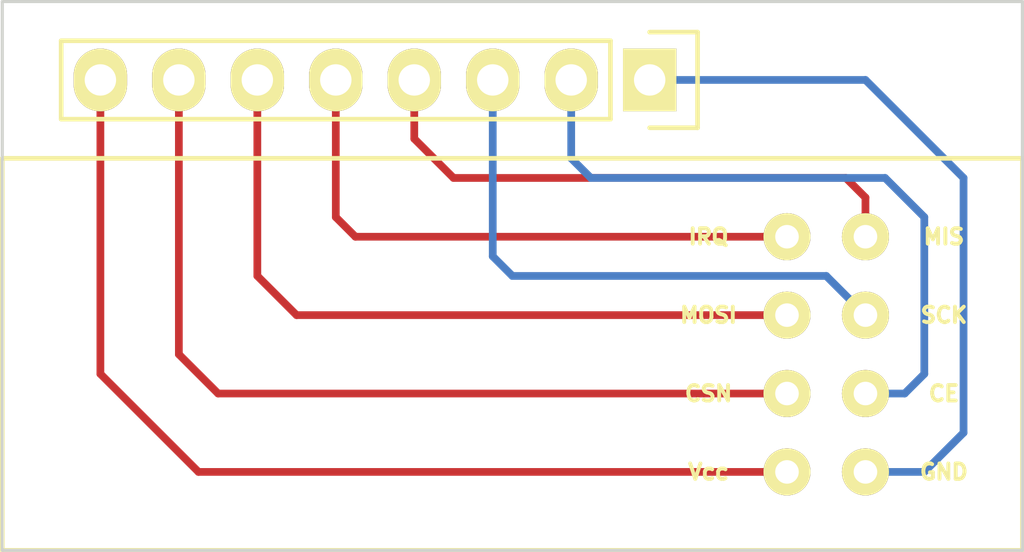
<source format=kicad_pcb>
(kicad_pcb (version 4) (host pcbnew "(2015-06-07 BZR 5721)-product")

  (general
    (links 8)
    (no_connects 0)
    (area 0 0 0 0)
    (thickness 1.6)
    (drawings 4)
    (tracks 33)
    (zones 0)
    (modules 2)
    (nets 9)
  )

  (page A4)
  (title_block
    (title "nRF24 Breakout")
    (date "Tue 17 Nov 2015")
    (rev 1.0)
    (company "Tutorial by Tech Explorations")
    (comment 1 "Part of KiCAD: Like a Pro Series")
  )

  (layers
    (0 F.Cu signal)
    (31 B.Cu signal)
    (32 B.Adhes user)
    (33 F.Adhes user)
    (34 B.Paste user)
    (35 F.Paste user)
    (36 B.SilkS user)
    (37 F.SilkS user)
    (38 B.Mask user)
    (39 F.Mask user)
    (40 Dwgs.User user)
    (41 Cmts.User user)
    (42 Eco1.User user)
    (43 Eco2.User user)
    (44 Edge.Cuts user)
    (45 Margin user)
    (46 B.CrtYd user)
    (47 F.CrtYd user)
    (48 B.Fab user)
    (49 F.Fab user)
  )

  (setup
    (last_trace_width 0.25)
    (trace_clearance 0.2)
    (zone_clearance 0.508)
    (zone_45_only no)
    (trace_min 0.2)
    (segment_width 0.2)
    (edge_width 0.1)
    (via_size 0.6)
    (via_drill 0.4)
    (via_min_size 0.4)
    (via_min_drill 0.3)
    (uvia_size 0.3)
    (uvia_drill 0.1)
    (uvias_allowed no)
    (uvia_min_size 0.2)
    (uvia_min_drill 0.1)
    (pcb_text_width 0.3)
    (pcb_text_size 1.5 1.5)
    (mod_edge_width 0.15)
    (mod_text_size 1 1)
    (mod_text_width 0.15)
    (pad_size 1.5 1.5)
    (pad_drill 0.6)
    (pad_to_mask_clearance 0)
    (aux_axis_origin 0 0)
    (visible_elements FFFFFF7F)
    (pcbplotparams
      (layerselection 0x00030_80000001)
      (usegerberextensions false)
      (excludeedgelayer true)
      (linewidth 0.100000)
      (plotframeref false)
      (viasonmask false)
      (mode 1)
      (useauxorigin false)
      (hpglpennumber 1)
      (hpglpenspeed 20)
      (hpglpendiameter 15)
      (hpglpenoverlay 2)
      (psnegative false)
      (psa4output false)
      (plotreference true)
      (plotvalue true)
      (plotinvisibletext false)
      (padsonsilk false)
      (subtractmaskfromsilk false)
      (outputformat 1)
      (mirror false)
      (drillshape 1)
      (scaleselection 1)
      (outputdirectory ""))
  )

  (net 0 "")
  (net 1 /GND)
  (net 2 /CE)
  (net 3 /SCK)
  (net 4 /MIS)
  (net 5 /IRQ)
  (net 6 /MOSI)
  (net 7 /CSN)
  (net 8 /Vcc)

  (net_class Default "This is the default net class."
    (clearance 0.2)
    (trace_width 0.25)
    (via_dia 0.6)
    (via_drill 0.4)
    (uvia_dia 0.3)
    (uvia_drill 0.1)
    (add_net /CE)
    (add_net /CSN)
    (add_net /GND)
    (add_net /IRQ)
    (add_net /MIS)
    (add_net /MOSI)
    (add_net /SCK)
    (add_net /Vcc)
  )

  (module rf24:nRF24 (layer F.Cu) (tedit 564B7F2F) (tstamp 564B79CF)
    (at 170.18 109.22)
    (descr "Breakout for a generic nRF24 module")
    (path /564B6C62)
    (fp_text reference U1 (at 10.795 -10.795) (layer F.SilkS) hide
      (effects (font (size 1 1) (thickness 0.15)))
    )
    (fp_text value nRF24 (at 9.525 -8.89) (layer F.Fab)
      (effects (font (size 1 1) (thickness 0.15)))
    )
    (fp_text user Vcc (at 2.54 2.54) (layer F.SilkS)
      (effects (font (size 0.5 0.5) (thickness 0.125)))
    )
    (fp_text user CSN (at 2.54 0) (layer F.SilkS)
      (effects (font (size 0.5 0.5) (thickness 0.125)))
    )
    (fp_text user MOSI (at 2.54 -2.54) (layer F.SilkS)
      (effects (font (size 0.5 0.5) (thickness 0.125)))
    )
    (fp_text user IRQ (at 2.54 -5.08) (layer F.SilkS)
      (effects (font (size 0.5 0.5) (thickness 0.125)))
    )
    (fp_text user MIS (at 10.16 -5.08) (layer F.SilkS)
      (effects (font (size 0.5 0.5) (thickness 0.125)))
    )
    (fp_text user SCK (at 10.16 -2.54) (layer F.SilkS)
      (effects (font (size 0.5 0.5) (thickness 0.125)))
    )
    (fp_text user CE (at 10.16 0) (layer F.SilkS)
      (effects (font (size 0.5 0.5) (thickness 0.125)))
    )
    (fp_text user GND (at 10.16 2.54) (layer F.SilkS)
      (effects (font (size 0.5 0.5) (thickness 0.125)))
    )
    (fp_line (start 12.7 -7.62) (end 12.7 5.08) (layer F.SilkS) (width 0.15))
    (fp_line (start 12.7 5.08) (end -20.32 5.08) (layer F.SilkS) (width 0.15))
    (fp_line (start -20.32 5.08) (end -20.32 -7.62) (layer F.SilkS) (width 0.15))
    (fp_line (start -20.32 -7.62) (end 12.7 -7.62) (layer F.SilkS) (width 0.15))
    (pad 0 thru_hole circle (at 7.62 2.54) (size 1.524 1.524) (drill 0.762) (layers *.Cu *.Mask F.SilkS)
      (net 1 /GND))
    (pad 1 thru_hole circle (at 7.62 0) (size 1.524 1.524) (drill 0.762) (layers *.Cu *.Mask F.SilkS)
      (net 2 /CE))
    (pad 2 thru_hole circle (at 7.62 -2.54) (size 1.524 1.524) (drill 0.762) (layers *.Cu *.Mask F.SilkS)
      (net 3 /SCK))
    (pad 3 thru_hole circle (at 7.62 -5.08) (size 1.524 1.524) (drill 0.762) (layers *.Cu *.Mask F.SilkS)
      (net 4 /MIS))
    (pad 4 thru_hole circle (at 5.08 -5.08) (size 1.524 1.524) (drill 0.762) (layers *.Cu *.Mask F.SilkS)
      (net 5 /IRQ))
    (pad 5 thru_hole circle (at 5.08 -2.54) (size 1.524 1.524) (drill 0.762) (layers *.Cu *.Mask F.SilkS)
      (net 6 /MOSI))
    (pad 6 thru_hole circle (at 5.08 0) (size 1.524 1.524) (drill 0.762) (layers *.Cu *.Mask F.SilkS)
      (net 7 /CSN))
    (pad 7 thru_hole circle (at 5.08 2.54) (size 1.524 1.524) (drill 0.762) (layers *.Cu *.Mask F.SilkS)
      (net 8 /Vcc))
  )

  (module Pin_Headers:Pin_Header_Straight_1x08 (layer F.Cu) (tedit 564B7F35) (tstamp 564B79B7)
    (at 170.815 99.06 270)
    (descr "Through hole pin header")
    (tags "pin header")
    (path /564B67EB)
    (fp_text reference "" (at -0.635 -3.175 360) (layer F.SilkS) hide
      (effects (font (size 1 1) (thickness 0.15)))
    )
    (fp_text value CONN_01X08 (at 0 -3.1 270) (layer F.Fab) hide
      (effects (font (size 1 1) (thickness 0.15)))
    )
    (fp_line (start -1.75 -1.75) (end -1.75 19.55) (layer F.CrtYd) (width 0.05))
    (fp_line (start 1.75 -1.75) (end 1.75 19.55) (layer F.CrtYd) (width 0.05))
    (fp_line (start -1.75 -1.75) (end 1.75 -1.75) (layer F.CrtYd) (width 0.05))
    (fp_line (start -1.75 19.55) (end 1.75 19.55) (layer F.CrtYd) (width 0.05))
    (fp_line (start 1.27 1.27) (end 1.27 19.05) (layer F.SilkS) (width 0.15))
    (fp_line (start 1.27 19.05) (end -1.27 19.05) (layer F.SilkS) (width 0.15))
    (fp_line (start -1.27 19.05) (end -1.27 1.27) (layer F.SilkS) (width 0.15))
    (fp_line (start 1.55 -1.55) (end 1.55 0) (layer F.SilkS) (width 0.15))
    (fp_line (start 1.27 1.27) (end -1.27 1.27) (layer F.SilkS) (width 0.15))
    (fp_line (start -1.55 0) (end -1.55 -1.55) (layer F.SilkS) (width 0.15))
    (fp_line (start -1.55 -1.55) (end 1.55 -1.55) (layer F.SilkS) (width 0.15))
    (pad 1 thru_hole rect (at 0 0 270) (size 2.032 1.7272) (drill 1.016) (layers *.Cu *.Mask F.SilkS)
      (net 1 /GND))
    (pad 2 thru_hole oval (at 0 2.54 270) (size 2.032 1.7272) (drill 1.016) (layers *.Cu *.Mask F.SilkS)
      (net 2 /CE))
    (pad 3 thru_hole oval (at 0 5.08 270) (size 2.032 1.7272) (drill 1.016) (layers *.Cu *.Mask F.SilkS)
      (net 3 /SCK))
    (pad 4 thru_hole oval (at 0 7.62 270) (size 2.032 1.7272) (drill 1.016) (layers *.Cu *.Mask F.SilkS)
      (net 4 /MIS))
    (pad 5 thru_hole oval (at 0 10.16 270) (size 2.032 1.7272) (drill 1.016) (layers *.Cu *.Mask F.SilkS)
      (net 5 /IRQ))
    (pad 6 thru_hole oval (at 0 12.7 270) (size 2.032 1.7272) (drill 1.016) (layers *.Cu *.Mask F.SilkS)
      (net 6 /MOSI))
    (pad 7 thru_hole oval (at 0 15.24 270) (size 2.032 1.7272) (drill 1.016) (layers *.Cu *.Mask F.SilkS)
      (net 7 /CSN))
    (pad 8 thru_hole oval (at 0 17.78 270) (size 2.032 1.7272) (drill 1.016) (layers *.Cu *.Mask F.SilkS)
      (net 8 /Vcc))
    (model Pin_Headers.3dshapes/Pin_Header_Straight_1x08.wrl
      (at (xyz 0 -0.35 0))
      (scale (xyz 1 1 1))
      (rotate (xyz 0 0 90))
    )
  )

  (gr_line (start 182.88 114.3) (end 182.88 96.52) (angle 90) (layer Edge.Cuts) (width 0.1))
  (gr_line (start 149.86 114.3) (end 182.88 114.3) (angle 90) (layer Edge.Cuts) (width 0.1))
  (gr_line (start 149.86 96.52) (end 149.86 114.3) (angle 90) (layer Edge.Cuts) (width 0.1))
  (gr_line (start 182.88 96.52) (end 149.86 96.52) (angle 90) (layer Edge.Cuts) (width 0.1))

  (segment (start 177.8 99.06) (end 170.815 99.06) (width 0.25) (layer B.Cu) (net 1) (tstamp 564B8025) (status 20))
  (segment (start 180.975 102.235) (end 177.8 99.06) (width 0.25) (layer B.Cu) (net 1) (tstamp 564B8023))
  (segment (start 180.975 110.49) (end 180.975 102.235) (width 0.25) (layer B.Cu) (net 1) (tstamp 564B8021))
  (segment (start 179.705 111.76) (end 180.975 110.49) (width 0.25) (layer B.Cu) (net 1) (tstamp 564B801F))
  (segment (start 177.8 111.76) (end 179.705 111.76) (width 0.25) (layer B.Cu) (net 1))
  (segment (start 168.275 101.6) (end 168.275 99.06) (width 0.25) (layer B.Cu) (net 2) (tstamp 564B8019) (status 20))
  (segment (start 168.91 102.235) (end 168.275 101.6) (width 0.25) (layer B.Cu) (net 2) (tstamp 564B8018))
  (segment (start 178.435 102.235) (end 168.91 102.235) (width 0.25) (layer B.Cu) (net 2) (tstamp 564B8016))
  (segment (start 179.705 103.505) (end 178.435 102.235) (width 0.25) (layer B.Cu) (net 2) (tstamp 564B8014))
  (segment (start 179.705 108.585) (end 179.705 103.505) (width 0.25) (layer B.Cu) (net 2) (tstamp 564B8013))
  (segment (start 179.07 109.22) (end 179.705 108.585) (width 0.25) (layer B.Cu) (net 2) (tstamp 564B8012))
  (segment (start 177.8 109.22) (end 179.07 109.22) (width 0.25) (layer B.Cu) (net 2))
  (segment (start 165.735 104.775) (end 165.735 99.06) (width 0.25) (layer B.Cu) (net 3) (tstamp 564B800F) (status 20))
  (segment (start 166.37 105.41) (end 165.735 104.775) (width 0.25) (layer B.Cu) (net 3) (tstamp 564B800C))
  (segment (start 176.53 105.41) (end 166.37 105.41) (width 0.25) (layer B.Cu) (net 3) (tstamp 564B800B))
  (segment (start 177.8 106.68) (end 176.53 105.41) (width 0.25) (layer B.Cu) (net 3))
  (segment (start 163.195 100.965) (end 163.195 99.06) (width 0.25) (layer F.Cu) (net 4) (tstamp 564B7FF0) (status 20))
  (segment (start 164.465 102.235) (end 163.195 100.965) (width 0.25) (layer F.Cu) (net 4) (tstamp 564B7FEE))
  (segment (start 177.165 102.235) (end 164.465 102.235) (width 0.25) (layer F.Cu) (net 4) (tstamp 564B7FED))
  (segment (start 177.8 102.87) (end 177.165 102.235) (width 0.25) (layer F.Cu) (net 4) (tstamp 564B7FEC))
  (segment (start 177.8 104.14) (end 177.8 102.87) (width 0.25) (layer F.Cu) (net 4))
  (segment (start 160.655 99.06) (end 160.655 103.505) (width 0.25) (layer F.Cu) (net 5) (status 10))
  (segment (start 161.29 104.14) (end 175.26 104.14) (width 0.25) (layer F.Cu) (net 5) (tstamp 564B7FE9))
  (segment (start 160.655 103.505) (end 161.29 104.14) (width 0.25) (layer F.Cu) (net 5) (tstamp 564B7FE8))
  (segment (start 158.115 99.06) (end 158.115 105.41) (width 0.25) (layer F.Cu) (net 6) (status 10))
  (segment (start 159.385 106.68) (end 175.26 106.68) (width 0.25) (layer F.Cu) (net 6) (tstamp 564B7FE4))
  (segment (start 158.115 105.41) (end 159.385 106.68) (width 0.25) (layer F.Cu) (net 6) (tstamp 564B7FE2))
  (segment (start 155.575 99.06) (end 155.575 107.95) (width 0.25) (layer F.Cu) (net 7) (status 10))
  (segment (start 156.845 109.22) (end 175.26 109.22) (width 0.25) (layer F.Cu) (net 7) (tstamp 564B7FDD))
  (segment (start 155.575 107.95) (end 156.845 109.22) (width 0.25) (layer F.Cu) (net 7) (tstamp 564B7FD9))
  (segment (start 175.26 111.76) (end 156.21 111.76) (width 0.25) (layer F.Cu) (net 8))
  (segment (start 153.035 108.585) (end 153.035 99.06) (width 0.25) (layer F.Cu) (net 8) (tstamp 564B7FD5) (status 20))
  (segment (start 156.21 111.76) (end 153.035 108.585) (width 0.25) (layer F.Cu) (net 8) (tstamp 564B7FD2))

)

</source>
